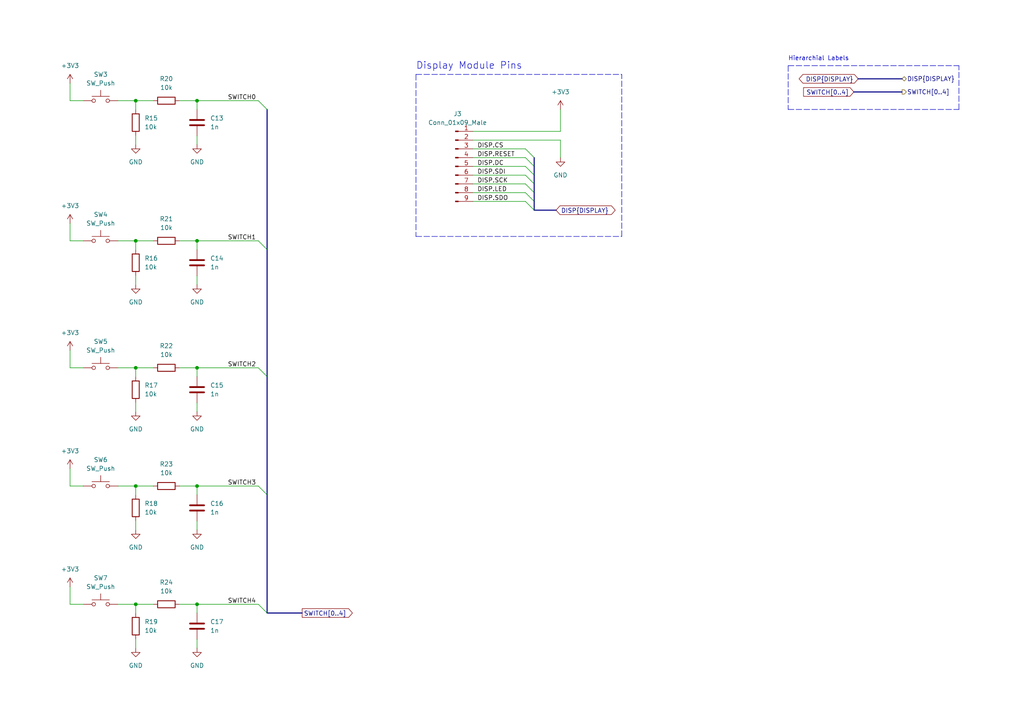
<source format=kicad_sch>
(kicad_sch (version 20211123) (generator eeschema)
  (paper "A4")
  (lib_symbols
    (symbol "Connector:Conn_01x09_Male" (pin_names (offset 1.016) hide)
      (property "Reference" "J" (at 0 12.7 0))
      (property "Value" "Conn_01x09_Male" (at 0 -12.7 0))
      (symbol "Conn_01x09_Male_1_1"
        (polyline (pts (xy 1.27 -10.16) (xy 0.8636 -10.16)) (stroke (width 0.1524)))
        (polyline (pts (xy 1.27 -7.62) (xy 0.8636 -7.62)) (stroke (width 0.1524)))
        (polyline (pts (xy 1.27 -5.08) (xy 0.8636 -5.08)) (stroke (width 0.1524)))
        (polyline (pts (xy 1.27 -2.54) (xy 0.8636 -2.54)) (stroke (width 0.1524)))
        (polyline (pts (xy 1.27 0) (xy 0.8636 0)) (stroke (width 0.1524)))
        (polyline (pts (xy 1.27 2.54) (xy 0.8636 2.54)) (stroke (width 0.1524)))
        (polyline (pts (xy 1.27 5.08) (xy 0.8636 5.08)) (stroke (width 0.1524)))
        (polyline (pts (xy 1.27 7.62) (xy 0.8636 7.62)) (stroke (width 0.1524)))
        (polyline (pts (xy 1.27 10.16) (xy 0.8636 10.16)) (stroke (width 0.1524)))
        (rectangle (start 0.8636 -10.033) (end 0 -10.287) (stroke (width 0.1524)) (fill (type outline)))
        (rectangle (start 0.8636 -7.493) (end 0 -7.747) (stroke (width 0.1524)) (fill (type outline)))
        (rectangle (start 0.8636 -4.953) (end 0 -5.207) (stroke (width 0.1524)) (fill (type outline)))
        (rectangle (start 0.8636 -2.413) (end 0 -2.667) (stroke (width 0.1524)) (fill (type outline)))
        (rectangle (start 0.8636 0.127) (end 0 -0.127) (stroke (width 0.1524)) (fill (type outline)))
        (rectangle (start 0.8636 2.667) (end 0 2.413) (stroke (width 0.1524)) (fill (type outline)))
        (rectangle (start 0.8636 5.207) (end 0 4.953) (stroke (width 0.1524)) (fill (type outline)))
        (rectangle (start 0.8636 7.747) (end 0 7.493) (stroke (width 0.1524)) (fill (type outline)))
        (rectangle (start 0.8636 10.287) (end 0 10.033) (stroke (width 0.1524)) (fill (type outline)))
        (pin passive line (at 5.08 10.16 180) (length 3.81) (name "Pin_1") (number "1"))
        (pin passive line (at 5.08 7.62 180) (length 3.81) (name "Pin_2") (number "2"))
        (pin passive line (at 5.08 5.08 180) (length 3.81) (name "Pin_3") (number "3"))
        (pin passive line (at 5.08 2.54 180) (length 3.81) (name "Pin_4") (number "4"))
        (pin passive line (at 5.08 0 180) (length 3.81) (name "Pin_5") (number "5"))
        (pin passive line (at 5.08 -2.54 180) (length 3.81) (name "Pin_6") (number "6"))
        (pin passive line (at 5.08 -5.08 180) (length 3.81) (name "Pin_7") (number "7"))
        (pin passive line (at 5.08 -7.62 180) (length 3.81) (name "Pin_8") (number "8"))
        (pin passive line (at 5.08 -10.16 180) (length 3.81) (name "Pin_9") (number "9"))
      )
    )
    (symbol "Device:C" (pin_numbers hide) (pin_names (offset 0.254))
      (property "Reference" "C" (at 0.635 2.54 0))
      (property "Value" "C" (at 0.635 -2.54 0))
      (symbol "C_0_1"
        (polyline (pts (xy -2.032 -0.762) (xy 2.032 -0.762)) (stroke (width 0.508)))
        (polyline (pts (xy -2.032 0.762) (xy 2.032 0.762)) (stroke (width 0.508)))
      )
      (symbol "C_1_1"
        (pin passive line (at 0 3.81 270) (length 2.794) (name "~") (number "1"))
        (pin passive line (at 0 -3.81 90) (length 2.794) (name "~") (number "2"))
      )
    )
    (symbol "Device:R" (pin_numbers hide) (pin_names (offset 0))
      (property "Reference" "R" (at 2.032 0 90))
      (property "Value" "R" (at 0 0 90))
      (symbol "R_0_1"
        (rectangle (start -1.016 -2.54) (end 1.016 2.54) (stroke (width 0.254)))
      )
      (symbol "R_1_1"
        (pin passive line (at 0 3.81 270) (length 1.27) (name "~") (number "1"))
        (pin passive line (at 0 -3.81 90) (length 1.27) (name "~") (number "2"))
      )
    )
    (symbol "Switch:SW_Push" (pin_numbers hide) (pin_names (offset 1.016) hide)
      (property "Reference" "SW" (at 1.27 2.54 0))
      (property "Value" "SW_Push" (at 0 -1.524 0))
      (symbol "SW_Push_0_1"
        (circle (center -2.032 0) (radius 0.508))
        (polyline (pts (xy 0 1.27) (xy 0 3.048)))
        (polyline (pts (xy 2.54 1.27) (xy -2.54 1.27)))
        (circle (center 2.032 0) (radius 0.508))
        (pin passive line (at -5.08 0 0) (length 2.54) (name "1") (number "1"))
        (pin passive line (at 5.08 0 180) (length 2.54) (name "2") (number "2"))
      )
    )
    (symbol "power:+3.3V" (power) (pin_names (offset 0))
      (property "Value" "+3.3V" (at 0 3.556 0))
      (symbol "+3.3V_0_1"
        (polyline (pts (xy -0.762 1.27) (xy 0 2.54)))
        (polyline (pts (xy 0 0) (xy 0 2.54)))
        (polyline (pts (xy 0 2.54) (xy 0.762 1.27)))
      )
      (symbol "+3.3V_1_1"
        (pin power_in line (at 0 0 90) (length 0) hide (name "+3V3") (number "1"))
      )
    )
    (symbol "power:GND" (power) (pin_names (offset 0))
      (property "Value" "GND" (at 0 -3.81 0))
      (symbol "GND_0_1"
        (polyline (pts (xy 0 0) (xy 0 -1.27) (xy 1.27 -1.27) (xy 0 -2.54) (xy -1.27 -1.27) (xy 0 -1.27)))
      )
      (symbol "GND_1_1"
        (pin power_in line (at 0 0 270) (length 0) hide (name "GND") (number "1"))
      )
    )
  )
  (junction (at 39.37 140.97))
  (junction (at 39.37 106.68))
  (junction (at 57.15 106.68))
  (junction (at 57.15 175.26))
  (junction (at 57.15 140.97))
  (junction (at 57.15 69.85))
  (junction (at 39.37 29.21))
  (junction (at 39.37 69.85))
  (junction (at 57.15 29.21))
  (junction (at 39.37 175.26))
  (bus_entry (at 152.4 53.34) (size 2.54 2.54))
  (bus_entry (at 152.4 55.88) (size 2.54 2.54))
  (bus_entry (at 152.4 43.18) (size 2.54 2.54))
  (bus_entry (at 152.4 48.26) (size 2.54 2.54))
  (bus_entry (at 152.4 45.72) (size 2.54 2.54))
  (bus_entry (at 152.4 50.8) (size 2.54 2.54))
  (bus_entry (at 152.4 58.42) (size 2.54 2.54))
  (bus_entry (at 74.93 175.26) (size 2.54 2.54))
  (bus_entry (at 74.93 140.97) (size 2.54 2.54))
  (bus_entry (at 74.93 106.68) (size 2.54 2.54))
  (bus_entry (at 74.93 29.21) (size 2.54 2.54))
  (bus_entry (at 74.93 69.85) (size 2.54 2.54))
  (wire (pts (xy 57.15 69.85) (xy 74.93 69.85)))
  (wire (pts (xy 57.15 69.85) (xy 57.15 72.39)))
  (wire (pts (xy 52.07 69.85) (xy 57.15 69.85)))
  (bus (pts (xy 247.65 26.67) (xy 261.62 26.67)))
  (polyline (pts (xy 120.65 68.58) (xy 180.34 68.58)))
  (wire (pts (xy 162.56 38.1) (xy 137.16 38.1)))
  (wire (pts (xy 57.15 175.26) (xy 57.15 177.8)))
  (wire (pts (xy 162.56 40.64) (xy 162.56 45.72)))
  (wire (pts (xy 39.37 151.13) (xy 39.37 153.67)))
  (bus (pts (xy 77.47 177.8) (xy 87.63 177.8)))
  (wire (pts (xy 34.29 29.21) (xy 39.37 29.21)))
  (wire (pts (xy 137.16 55.88) (xy 152.4 55.88)))
  (wire (pts (xy 20.32 135.89) (xy 20.32 140.97)))
  (wire (pts (xy 20.32 29.21) (xy 24.13 29.21)))
  (wire (pts (xy 20.32 106.68) (xy 24.13 106.68)))
  (wire (pts (xy 20.32 24.13) (xy 20.32 29.21)))
  (wire (pts (xy 137.16 53.34) (xy 152.4 53.34)))
  (wire (pts (xy 39.37 116.84) (xy 39.37 119.38)))
  (bus (pts (xy 154.94 55.88) (xy 154.94 58.42)))
  (wire (pts (xy 52.07 140.97) (xy 57.15 140.97)))
  (wire (pts (xy 52.07 29.21) (xy 57.15 29.21)))
  (wire (pts (xy 34.29 106.68) (xy 39.37 106.68)))
  (polyline (pts (xy 228.6 31.75) (xy 278.13 31.75)))
  (wire (pts (xy 39.37 106.68) (xy 44.45 106.68)))
  (wire (pts (xy 57.15 175.26) (xy 74.93 175.26)))
  (wire (pts (xy 39.37 106.68) (xy 39.37 109.22)))
  (wire (pts (xy 39.37 39.37) (xy 39.37 41.91)))
  (wire (pts (xy 20.32 69.85) (xy 24.13 69.85)))
  (bus (pts (xy 248.92 22.86) (xy 261.62 22.86)))
  (wire (pts (xy 137.16 58.42) (xy 152.4 58.42)))
  (bus (pts (xy 154.94 50.8) (xy 154.94 53.34)))
  (bus (pts (xy 77.47 72.39) (xy 77.47 109.22)))
  (wire (pts (xy 34.29 175.26) (xy 39.37 175.26)))
  (wire (pts (xy 137.16 45.72) (xy 152.4 45.72)))
  (wire (pts (xy 20.32 140.97) (xy 24.13 140.97)))
  (wire (pts (xy 20.32 175.26) (xy 24.13 175.26)))
  (bus (pts (xy 77.47 109.22) (xy 77.47 143.51)))
  (bus (pts (xy 154.94 53.34) (xy 154.94 55.88)))
  (polyline (pts (xy 120.65 21.59) (xy 120.65 68.58)))
  (wire (pts (xy 57.15 106.68) (xy 74.93 106.68)))
  (wire (pts (xy 20.32 170.18) (xy 20.32 175.26)))
  (wire (pts (xy 57.15 80.01) (xy 57.15 82.55)))
  (wire (pts (xy 57.15 29.21) (xy 74.93 29.21)))
  (wire (pts (xy 39.37 140.97) (xy 44.45 140.97)))
  (polyline (pts (xy 180.34 68.58) (xy 180.34 21.59)))
  (wire (pts (xy 137.16 40.64) (xy 162.56 40.64)))
  (bus (pts (xy 77.47 31.75) (xy 77.47 72.39)))
  (bus (pts (xy 77.47 143.51) (xy 77.47 177.8)))
  (wire (pts (xy 34.29 140.97) (xy 39.37 140.97)))
  (bus (pts (xy 154.94 58.42) (xy 154.94 60.96)))
  (wire (pts (xy 52.07 175.26) (xy 57.15 175.26)))
  (polyline (pts (xy 120.65 21.59) (xy 180.34 21.59)))
  (wire (pts (xy 34.29 69.85) (xy 39.37 69.85)))
  (wire (pts (xy 39.37 185.42) (xy 39.37 187.96)))
  (bus (pts (xy 154.94 60.96) (xy 161.29 60.96)))
  (bus (pts (xy 154.94 48.26) (xy 154.94 50.8)))
  (wire (pts (xy 39.37 175.26) (xy 44.45 175.26)))
  (wire (pts (xy 39.37 80.01) (xy 39.37 82.55)))
  (polyline (pts (xy 278.13 31.75) (xy 278.13 19.05)))
  (wire (pts (xy 57.15 116.84) (xy 57.15 119.38)))
  (wire (pts (xy 20.32 64.77) (xy 20.32 69.85)))
  (wire (pts (xy 57.15 39.37) (xy 57.15 41.91)))
  (wire (pts (xy 57.15 106.68) (xy 57.15 109.22)))
  (wire (pts (xy 39.37 140.97) (xy 39.37 143.51)))
  (wire (pts (xy 57.15 29.21) (xy 57.15 31.75)))
  (wire (pts (xy 57.15 185.42) (xy 57.15 187.96)))
  (wire (pts (xy 57.15 140.97) (xy 74.93 140.97)))
  (wire (pts (xy 39.37 69.85) (xy 39.37 72.39)))
  (polyline (pts (xy 228.6 19.05) (xy 278.13 19.05)))
  (wire (pts (xy 39.37 69.85) (xy 44.45 69.85)))
  (wire (pts (xy 39.37 29.21) (xy 39.37 31.75)))
  (wire (pts (xy 137.16 48.26) (xy 152.4 48.26)))
  (wire (pts (xy 57.15 140.97) (xy 57.15 143.51)))
  (polyline (pts (xy 228.6 19.05) (xy 228.6 31.75)))
  (wire (pts (xy 39.37 175.26) (xy 39.37 177.8)))
  (wire (pts (xy 20.32 101.6) (xy 20.32 106.68)))
  (bus (pts (xy 154.94 45.72) (xy 154.94 48.26)))
  (wire (pts (xy 137.16 50.8) (xy 152.4 50.8)))
  (wire (pts (xy 57.15 151.13) (xy 57.15 153.67)))
  (wire (pts (xy 162.56 31.75) (xy 162.56 38.1)))
  (wire (pts (xy 137.16 43.18) (xy 152.4 43.18)))
  (wire (pts (xy 52.07 106.68) (xy 57.15 106.68)))
  (wire (pts (xy 39.37 29.21) (xy 44.45 29.21)))
  (text "Display Module Pins\n" (at 120.65 20.32 0) (effects (font (size 2 2)) (justify left bottom)))
  (text "Hierarchial Labels" (at 228.6 17.78 0) (effects (font (size 1.27 1.27)) (justify left bottom)))
  (label "SWITCH0" (at 66.04 29.21 0))
  (label "DISP.SCK" (at 138.43 53.34 0))
  (label "DISP.RESET" (at 138.43 45.72 0))
  (label "SWITCH2" (at 66.04 106.68 0))
  (label "DISP.CS" (at 138.43 43.18 0))
  (label "SWITCH4" (at 66.04 175.26 0))
  (label "SWITCH3" (at 66.04 140.97 0))
  (label "DISP.DC" (at 138.43 48.26 0))
  (label "DISP.LED" (at 138.43 55.88 0))
  (label "DISP.SDO" (at 138.43 58.42 0))
  (label "SWITCH1" (at 66.04 69.85 0))
  (label "DISP.SDI" (at 138.43 50.8 0))
  (global_label "DISP{DISPLAY}" (shape bidirectional) (at 248.92 22.86 180) (property "Intersheet References" "${INTERSHEET_REFS}" (effects hide)))
  (global_label "DISP{DISPLAY}" (shape bidirectional) (at 161.29 60.96 0) (property "Intersheet References" "${INTERSHEET_REFS}" (effects hide)))
  (global_label "SWITCH[0..4]" (shape output) (at 87.63 177.8 0) (property "Intersheet References" "${INTERSHEET_REFS}" (effects hide)))
  (global_label "SWITCH[0..4]" (shape input) (at 247.65 26.67 180) (property "Intersheet References" "${INTERSHEET_REFS}" (effects hide)))
  (hierarchical_label "SWITCH[0..4]" (shape output) (at 261.62 26.67 0))
  (hierarchical_label "DISP{DISPLAY}" (shape bidirectional) (at 261.62 22.86 0))
  (symbol (lib_id "power:GND") (at 57.15 153.67 0) (unit 1)
    (property "Reference" "#PWR045" (effects hide))
    (property "Value" "GND" (at 57.15 158.75 0))
  )
  (symbol (lib_id "Device:R") (at 39.37 147.32 180) (unit 1)
    (property "Reference" "R18" (at 41.91 146.0499 0) (effects (justify right)))
    (property "Value" "10k" (at 41.91 148.5899 0) (effects (justify right)))
    (property "Footprint" "Resistor_SMD:R_0805_2012Metric_Pad1.20x1.40mm_HandSolder" (effects hide))
  )
  (symbol (lib_id "Connector:Conn_01x09_Male") (at 132.08 48.26 0) (unit 1)
    (property "Reference" "J3" (at 132.715 33.02 0))
    (property "Value" "Conn_01x09_Male" (at 132.715 35.56 0))
    (property "Footprint" "Connector_PinHeader_2.54mm:PinHeader_1x09_P2.54mm_Vertical" (effects hide))
  )
  (symbol (lib_id "power:+3.3V") (at 20.32 101.6 0) (unit 1)
    (property "Reference" "#PWR034" (effects hide))
    (property "Value" "+3.3V" (at 20.32 96.52 0))
  )
  (symbol (lib_id "Switch:SW_Push") (at 29.21 69.85 0) (unit 1)
    (property "Reference" "SW4" (at 29.21 62.23 0))
    (property "Value" "SW_Push" (at 29.21 64.77 0))
    (property "Footprint" "Button_Switch_THT:SW_PUSH-12mm" (effects hide))
  )
  (symbol (lib_id "Device:C") (at 57.15 35.56 180) (unit 1)
    (property "Reference" "C13" (at 60.96 34.2899 0) (effects (justify right)))
    (property "Value" "1n" (at 60.96 36.8299 0) (effects (justify right)))
    (property "Footprint" "Capacitor_SMD:C_0805_2012Metric_Pad1.18x1.45mm_HandSolder" (effects hide))
  )
  (symbol (lib_id "Device:R") (at 48.26 140.97 270) (unit 1)
    (property "Reference" "R23" (at 48.26 134.62 90))
    (property "Value" "10k" (at 48.26 137.16 90))
    (property "Footprint" "Resistor_SMD:R_0805_2012Metric_Pad1.20x1.40mm_HandSolder" (effects hide))
  )
  (symbol (lib_id "Device:R") (at 48.26 29.21 270) (unit 1)
    (property "Reference" "R20" (at 48.26 22.86 90))
    (property "Value" "10k" (at 48.26 25.4 90))
    (property "Footprint" "Resistor_SMD:R_0805_2012Metric_Pad1.20x1.40mm_HandSolder" (effects hide))
  )
  (symbol (lib_id "power:+3.3V") (at 20.32 24.13 0) (unit 1)
    (property "Reference" "#PWR032" (effects hide))
    (property "Value" "+3.3V" (at 20.32 19.05 0))
  )
  (symbol (lib_id "power:GND") (at 39.37 119.38 0) (unit 1)
    (property "Reference" "#PWR039" (effects hide))
    (property "Value" "GND" (at 39.37 124.46 0))
  )
  (symbol (lib_id "Device:C") (at 57.15 76.2 180) (unit 1)
    (property "Reference" "C14" (at 60.96 74.9299 0) (effects (justify right)))
    (property "Value" "1n" (at 60.96 77.4699 0) (effects (justify right)))
    (property "Footprint" "Capacitor_SMD:C_0805_2012Metric_Pad1.18x1.45mm_HandSolder" (effects hide))
  )
  (symbol (lib_id "Device:R") (at 39.37 113.03 180) (unit 1)
    (property "Reference" "R17" (at 41.91 111.7599 0) (effects (justify right)))
    (property "Value" "10k" (at 41.91 114.2999 0) (effects (justify right)))
    (property "Footprint" "Resistor_SMD:R_0805_2012Metric_Pad1.20x1.40mm_HandSolder" (effects hide))
  )
  (symbol (lib_id "Device:R") (at 48.26 69.85 270) (unit 1)
    (property "Reference" "R21" (at 48.26 63.5 90))
    (property "Value" "10k" (at 48.26 66.04 90))
    (property "Footprint" "Resistor_SMD:R_0805_2012Metric_Pad1.20x1.40mm_HandSolder" (effects hide))
  )
  (symbol (lib_id "Switch:SW_Push") (at 29.21 106.68 0) (unit 1)
    (property "Reference" "SW5" (at 29.21 99.06 0))
    (property "Value" "SW_Push" (at 29.21 101.6 0))
    (property "Footprint" "Button_Switch_THT:SW_PUSH-12mm" (effects hide))
  )
  (symbol (lib_id "power:GND") (at 57.15 41.91 0) (unit 1)
    (property "Reference" "#PWR042" (effects hide))
    (property "Value" "GND" (at 57.15 46.99 0))
  )
  (symbol (lib_id "power:+3.3V") (at 20.32 135.89 0) (unit 1)
    (property "Reference" "#PWR035" (effects hide))
    (property "Value" "+3.3V" (at 20.32 130.81 0))
  )
  (symbol (lib_id "power:+3.3V") (at 20.32 170.18 0) (unit 1)
    (property "Reference" "#PWR036" (effects hide))
    (property "Value" "+3.3V" (at 20.32 165.1 0))
  )
  (symbol (lib_id "Device:C") (at 57.15 181.61 180) (unit 1)
    (property "Reference" "C17" (at 60.96 180.3399 0) (effects (justify right)))
    (property "Value" "1n" (at 60.96 182.8799 0) (effects (justify right)))
    (property "Footprint" "Capacitor_SMD:C_0805_2012Metric_Pad1.18x1.45mm_HandSolder" (effects hide))
  )
  (symbol (lib_id "power:GND") (at 39.37 187.96 0) (unit 1)
    (property "Reference" "#PWR041" (effects hide))
    (property "Value" "GND" (at 39.37 193.04 0))
  )
  (symbol (lib_id "Device:R") (at 39.37 181.61 180) (unit 1)
    (property "Reference" "R19" (at 41.91 180.3399 0) (effects (justify right)))
    (property "Value" "10k" (at 41.91 182.8799 0) (effects (justify right)))
    (property "Footprint" "Resistor_SMD:R_0805_2012Metric_Pad1.20x1.40mm_HandSolder" (effects hide))
  )
  (symbol (lib_id "Device:R") (at 39.37 76.2 180) (unit 1)
    (property "Reference" "R16" (at 41.91 74.9299 0) (effects (justify right)))
    (property "Value" "10k" (at 41.91 77.4699 0) (effects (justify right)))
    (property "Footprint" "Resistor_SMD:R_0805_2012Metric_Pad1.20x1.40mm_HandSolder" (effects hide))
  )
  (symbol (lib_id "power:GND") (at 39.37 82.55 0) (unit 1)
    (property "Reference" "#PWR038" (effects hide))
    (property "Value" "GND" (at 39.37 87.63 0))
  )
  (symbol (lib_id "Switch:SW_Push") (at 29.21 140.97 0) (unit 1)
    (property "Reference" "SW6" (at 29.21 133.35 0))
    (property "Value" "SW_Push" (at 29.21 135.89 0))
    (property "Footprint" "Button_Switch_THT:SW_PUSH-12mm" (effects hide))
  )
  (symbol (lib_id "Device:R") (at 48.26 106.68 270) (unit 1)
    (property "Reference" "R22" (at 48.26 100.33 90))
    (property "Value" "10k" (at 48.26 102.87 90))
    (property "Footprint" "Resistor_SMD:R_0805_2012Metric_Pad1.20x1.40mm_HandSolder" (effects hide))
  )
  (symbol (lib_id "power:+3.3V") (at 162.56 31.75 0) (unit 1)
    (property "Reference" "#PWR047" (effects hide))
    (property "Value" "+3.3V" (at 162.56 26.67 0))
  )
  (symbol (lib_id "power:+3.3V") (at 20.32 64.77 0) (unit 1)
    (property "Reference" "#PWR033" (effects hide))
    (property "Value" "+3.3V" (at 20.32 59.69 0))
  )
  (symbol (lib_id "Device:R") (at 48.26 175.26 270) (unit 1)
    (property "Reference" "R24" (at 48.26 168.91 90))
    (property "Value" "10k" (at 48.26 171.45 90))
    (property "Footprint" "Resistor_SMD:R_0805_2012Metric_Pad1.20x1.40mm_HandSolder" (effects hide))
  )
  (symbol (lib_id "power:GND") (at 57.15 82.55 0) (unit 1)
    (property "Reference" "#PWR043" (effects hide))
    (property "Value" "GND" (at 57.15 87.63 0))
  )
  (symbol (lib_id "power:GND") (at 39.37 153.67 0) (unit 1)
    (property "Reference" "#PWR040" (effects hide))
    (property "Value" "GND" (at 39.37 158.75 0))
  )
  (symbol (lib_id "Device:R") (at 39.37 35.56 180) (unit 1)
    (property "Reference" "R15" (at 41.91 34.2899 0) (effects (justify right)))
    (property "Value" "10k" (at 41.91 36.8299 0) (effects (justify right)))
    (property "Footprint" "Resistor_SMD:R_0805_2012Metric_Pad1.20x1.40mm_HandSolder" (effects hide))
  )
  (symbol (lib_id "power:GND") (at 57.15 119.38 0) (unit 1)
    (property "Reference" "#PWR044" (effects hide))
    (property "Value" "GND" (at 57.15 124.46 0))
  )
  (symbol (lib_id "Device:C") (at 57.15 147.32 180) (unit 1)
    (property "Reference" "C16" (at 60.96 146.0499 0) (effects (justify right)))
    (property "Value" "1n" (at 60.96 148.5899 0) (effects (justify right)))
    (property "Footprint" "Capacitor_SMD:C_0805_2012Metric_Pad1.18x1.45mm_HandSolder" (effects hide))
  )
  (symbol (lib_id "power:GND") (at 57.15 187.96 0) (unit 1)
    (property "Reference" "#PWR046" (effects hide))
    (property "Value" "GND" (at 57.15 193.04 0))
  )
  (symbol (lib_id "Switch:SW_Push") (at 29.21 175.26 0) (unit 1)
    (property "Reference" "SW7" (at 29.21 167.64 0))
    (property "Value" "SW_Push" (at 29.21 170.18 0))
    (property "Footprint" "Button_Switch_THT:SW_PUSH-12mm" (effects hide))
  )
  (symbol (lib_id "power:GND") (at 162.56 45.72 0) (unit 1)
    (property "Reference" "#PWR048" (effects hide))
    (property "Value" "GND" (at 162.56 50.8 0))
  )
  (symbol (lib_id "Switch:SW_Push") (at 29.21 29.21 0) (unit 1)
    (property "Reference" "SW3" (at 29.21 21.59 0))
    (property "Value" "SW_Push" (at 29.21 24.13 0))
    (property "Footprint" "Button_Switch_THT:SW_PUSH-12mm" (effects hide))
  )
  (symbol (lib_id "Device:C") (at 57.15 113.03 180) (unit 1)
    (property "Reference" "C15" (at 60.96 111.7599 0) (effects (justify right)))
    (property "Value" "1n" (at 60.96 114.2999 0) (effects (justify right)))
    (property "Footprint" "Capacitor_SMD:C_0805_2012Metric_Pad1.18x1.45mm_HandSolder" (effects hide))
  )
  (symbol (lib_id "power:GND") (at 39.37 41.91 0) (unit 1)
    (property "Reference" "#PWR037" (effects hide))
    (property "Value" "GND" (at 39.37 46.99 0))
  )
)
</source>
